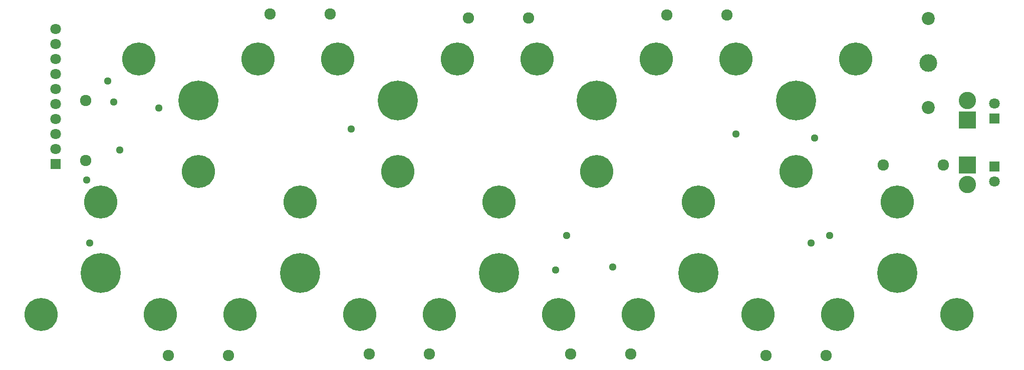
<source format=gbs>
G04 (created by PCBNEW (2013-05-31 BZR 4019)-stable) date 4/29/2014 5:18:13 PM*
%MOIN*%
G04 Gerber Fmt 3.4, Leading zero omitted, Abs format*
%FSLAX34Y34*%
G01*
G70*
G90*
G04 APERTURE LIST*
%ADD10C,0.00393701*%
%ADD11C,0.0866142*%
%ADD12C,0.11811*%
%ADD13R,0.115748X0.115748*%
%ADD14C,0.115748*%
%ADD15R,0.070748X0.070748*%
%ADD16C,0.070748*%
%ADD17C,0.265748*%
%ADD18C,0.220472*%
%ADD19C,0.075748*%
%ADD20C,0.050748*%
G04 APERTURE END LIST*
G54D10*
G54D11*
X77800Y-24047D03*
X77800Y-29952D03*
G54D12*
X77800Y-27000D03*
G54D13*
X80400Y-30800D03*
G54D14*
X80400Y-29500D03*
G54D13*
X80400Y-33800D03*
G54D14*
X80400Y-35100D03*
G54D15*
X19750Y-33750D03*
G54D16*
X19750Y-32750D03*
X19750Y-31750D03*
X19750Y-30750D03*
X19750Y-29750D03*
X19750Y-28750D03*
X19750Y-27750D03*
X19750Y-26750D03*
X19750Y-25750D03*
X19750Y-24750D03*
G54D17*
X49250Y-41000D03*
G54D18*
X53226Y-43755D03*
X45273Y-43755D03*
X49250Y-36275D03*
G54D17*
X36000Y-41000D03*
G54D18*
X39976Y-43755D03*
X32023Y-43755D03*
X36000Y-36275D03*
G54D17*
X22750Y-41000D03*
G54D18*
X26726Y-43755D03*
X18773Y-43755D03*
X22750Y-36275D03*
G54D17*
X29250Y-29500D03*
G54D18*
X25273Y-26744D03*
X33226Y-26744D03*
X29250Y-34224D03*
G54D17*
X42500Y-29500D03*
G54D18*
X38523Y-26744D03*
X46476Y-26744D03*
X42500Y-34224D03*
G54D17*
X55750Y-29500D03*
G54D18*
X51773Y-26744D03*
X59726Y-26744D03*
X55750Y-34224D03*
G54D17*
X69000Y-29500D03*
G54D18*
X65023Y-26744D03*
X72976Y-26744D03*
X69000Y-34224D03*
G54D17*
X75750Y-41000D03*
G54D18*
X79726Y-43755D03*
X71773Y-43755D03*
X75750Y-36275D03*
G54D17*
X62500Y-41000D03*
G54D18*
X66476Y-43755D03*
X58523Y-43755D03*
X62500Y-36275D03*
G54D19*
X54000Y-46400D03*
X58000Y-46400D03*
X44600Y-46400D03*
X40600Y-46400D03*
X31250Y-46500D03*
X27250Y-46500D03*
X21750Y-33500D03*
X21750Y-29500D03*
X34000Y-23750D03*
X38000Y-23750D03*
X60400Y-23800D03*
X64400Y-23800D03*
X74800Y-33800D03*
X78800Y-33800D03*
X71000Y-46500D03*
X67000Y-46500D03*
X47200Y-24000D03*
X51200Y-24000D03*
G54D15*
X82200Y-30700D03*
G54D16*
X82200Y-29700D03*
G54D15*
X82200Y-33900D03*
G54D16*
X82200Y-34900D03*
G54D20*
X22000Y-39000D03*
X56800Y-40600D03*
X70250Y-32000D03*
X65000Y-31750D03*
X39400Y-31400D03*
X26600Y-30000D03*
X23600Y-29600D03*
X24000Y-32800D03*
X21800Y-34800D03*
X53000Y-40800D03*
X53750Y-38500D03*
X23200Y-28200D03*
X70000Y-39000D03*
X71250Y-38500D03*
M02*

</source>
